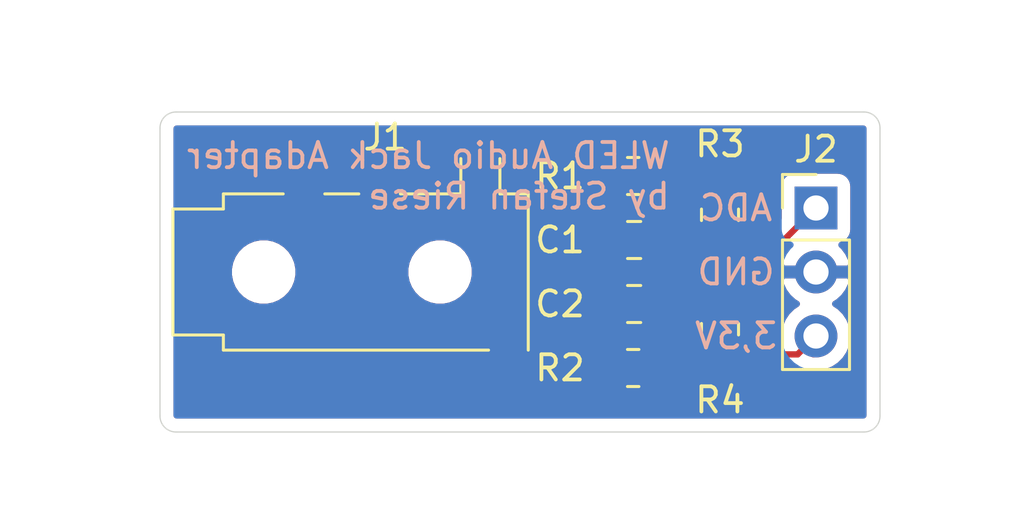
<source format=kicad_pcb>
(kicad_pcb (version 20171130) (host pcbnew "(5.1.9)-1")

  (general
    (thickness 1.6)
    (drawings 12)
    (tracks 15)
    (zones 0)
    (modules 8)
    (nets 6)
  )

  (page A4)
  (layers
    (0 F.Cu signal)
    (31 B.Cu signal)
    (32 B.Adhes user)
    (33 F.Adhes user)
    (34 B.Paste user)
    (35 F.Paste user)
    (36 B.SilkS user)
    (37 F.SilkS user)
    (38 B.Mask user)
    (39 F.Mask user)
    (40 Dwgs.User user)
    (41 Cmts.User user)
    (42 Eco1.User user)
    (43 Eco2.User user)
    (44 Edge.Cuts user)
    (45 Margin user)
    (46 B.CrtYd user)
    (47 F.CrtYd user)
    (48 B.Fab user)
    (49 F.Fab user)
  )

  (setup
    (last_trace_width 0.25)
    (trace_clearance 0.2)
    (zone_clearance 0.508)
    (zone_45_only no)
    (trace_min 0.2)
    (via_size 0.8)
    (via_drill 0.4)
    (via_min_size 0.4)
    (via_min_drill 0.3)
    (uvia_size 0.3)
    (uvia_drill 0.1)
    (uvias_allowed no)
    (uvia_min_size 0.2)
    (uvia_min_drill 0.1)
    (edge_width 0.05)
    (segment_width 0.2)
    (pcb_text_width 0.3)
    (pcb_text_size 1.5 1.5)
    (mod_edge_width 0.12)
    (mod_text_size 1 1)
    (mod_text_width 0.15)
    (pad_size 1.524 1.524)
    (pad_drill 0.762)
    (pad_to_mask_clearance 0)
    (aux_axis_origin 0 0)
    (visible_elements 7FFFFFFF)
    (pcbplotparams
      (layerselection 0x010fc_ffffffff)
      (usegerberextensions false)
      (usegerberattributes true)
      (usegerberadvancedattributes true)
      (creategerberjobfile true)
      (excludeedgelayer true)
      (linewidth 0.100000)
      (plotframeref false)
      (viasonmask false)
      (mode 1)
      (useauxorigin false)
      (hpglpennumber 1)
      (hpglpenspeed 20)
      (hpglpendiameter 15.000000)
      (psnegative false)
      (psa4output false)
      (plotreference true)
      (plotvalue true)
      (plotinvisibletext false)
      (padsonsilk false)
      (subtractmaskfromsilk false)
      (outputformat 1)
      (mirror false)
      (drillshape 0)
      (scaleselection 1)
      (outputdirectory ""))
  )

  (net 0 "")
  (net 1 "Net-(C1-Pad2)")
  (net 2 ADC)
  (net 3 "Net-(C2-Pad2)")
  (net 4 GND)
  (net 5 +3V3)

  (net_class Default "This is the default net class."
    (clearance 0.2)
    (trace_width 0.25)
    (via_dia 0.8)
    (via_drill 0.4)
    (uvia_dia 0.3)
    (uvia_drill 0.1)
    (add_net +3V3)
    (add_net ADC)
    (add_net GND)
    (add_net "Net-(C1-Pad2)")
    (add_net "Net-(C2-Pad2)")
  )

  (module Connector_Audio:Jack_3.5mm_PJ320D_Horizontal (layer F.Cu) (tedit 5C06A514) (tstamp 61D5DB3F)
    (at 132.715 81.915)
    (descr "Headphones with microphone connector, 3.5mm, 4 pins (http://www.qingpu-electronics.com/en/products/WQP-PJ320D-72.html)")
    (tags "3.5mm jack mic microphone phones headphones 4pins audio plug")
    (path /61D59159)
    (attr smd)
    (fp_text reference J1 (at 0.05 -5.35) (layer F.SilkS)
      (effects (font (size 1 1) (thickness 0.15)))
    )
    (fp_text value AudioJack4 (at -0.025 6.35) (layer F.Fab)
      (effects (font (size 1 1) (thickness 0.15)))
    )
    (fp_text user %R (at -1.195 0) (layer F.Fab)
      (effects (font (size 1 1) (thickness 0.15)))
    )
    (fp_line (start 3.05 -3.1) (end 3.05 -4.5) (layer F.SilkS) (width 0.12))
    (fp_line (start 4.6 -3.1) (end 4.6 -4.5) (layer F.SilkS) (width 0.12))
    (fp_line (start 5.575 2.9) (end -6.225 2.9) (layer F.Fab) (width 0.1))
    (fp_line (start -6.225 2.9) (end -6.225 2.3) (layer F.Fab) (width 0.1))
    (fp_line (start -6.225 2.3) (end -8.225 2.3) (layer F.Fab) (width 0.1))
    (fp_line (start -8.225 2.3) (end -8.225 -2.3) (layer F.Fab) (width 0.1))
    (fp_line (start -8.225 -2.3) (end -6.225 -2.3) (layer F.Fab) (width 0.1))
    (fp_line (start -6.225 -2.3) (end -6.225 -2.9) (layer F.Fab) (width 0.1))
    (fp_line (start -6.225 -2.9) (end 5.575 -2.9) (layer F.Fab) (width 0.1))
    (fp_line (start 5.575 -2.9) (end 5.575 2.9) (layer F.Fab) (width 0.1))
    (fp_line (start 4.15 3.1) (end -6.375 3.1) (layer F.SilkS) (width 0.12))
    (fp_line (start 4.6 -3.1) (end 5.725 -3.1) (layer F.SilkS) (width 0.12))
    (fp_line (start 0.65 -3.1) (end 3.05 -3.1) (layer F.SilkS) (width 0.12))
    (fp_line (start -2.35 -3.1) (end -1 -3.1) (layer F.SilkS) (width 0.12))
    (fp_line (start -6.375 -3.1) (end -4 -3.1) (layer F.SilkS) (width 0.12))
    (fp_line (start 6.07 5) (end 6.07 -5) (layer F.CrtYd) (width 0.05))
    (fp_line (start -8.73 5) (end -8.73 -5) (layer F.CrtYd) (width 0.05))
    (fp_line (start 5.725 3.1) (end 5.725 -3.1) (layer F.SilkS) (width 0.12))
    (fp_line (start -8.73 5) (end 6.07 5) (layer F.CrtYd) (width 0.05))
    (fp_line (start -8.73 -5) (end 6.07 -5) (layer F.CrtYd) (width 0.05))
    (fp_line (start -6.375 -3.1) (end -6.375 -2.5) (layer F.SilkS) (width 0.12))
    (fp_line (start -6.375 2.5) (end -6.375 3.1) (layer F.SilkS) (width 0.12))
    (fp_line (start -8.375 -2.5) (end -8.375 2.5) (layer F.SilkS) (width 0.12))
    (fp_line (start -6.375 -2.5) (end -8.375 -2.5) (layer F.SilkS) (width 0.12))
    (fp_line (start -6.375 2.5) (end -8.375 2.5) (layer F.SilkS) (width 0.12))
    (fp_circle (center 3.9 -2.35) (end 3.95 -2.1) (layer F.Fab) (width 0.12))
    (pad "" np_thru_hole circle (at 2.225 0) (size 1.5 1.5) (drill 1.5) (layers *.Cu *.Mask))
    (pad "" np_thru_hole circle (at -4.775 0) (size 1.5 1.5) (drill 1.5) (layers *.Cu *.Mask))
    (pad R2 smd rect (at -3.175 -3.25) (size 1.2 2.5) (layers F.Cu F.Paste F.Mask))
    (pad R1 smd rect (at -0.175 -3.25) (size 1.2 2.5) (layers F.Cu F.Paste F.Mask)
      (net 1 "Net-(C1-Pad2)"))
    (pad T smd rect (at 3.825 -3.25) (size 1.2 2.5) (layers F.Cu F.Paste F.Mask)
      (net 3 "Net-(C2-Pad2)"))
    (pad S smd rect (at 4.925 3.25) (size 1.2 2.5) (layers F.Cu F.Paste F.Mask)
      (net 4 GND))
    (model ${KISYS3DMOD}/Connector_Audio.3dshapes/Jack_3.5mm_PJ320D_Horizontal.wrl
      (at (xyz 0 0 0))
      (scale (xyz 1 1 1))
      (rotate (xyz 0 0 0))
    )
  )

  (module Resistor_SMD:R_0805_2012Metric_Pad1.20x1.40mm_HandSolder (layer F.Cu) (tedit 5F68FEEE) (tstamp 61D5C253)
    (at 146.05 84.185 90)
    (descr "Resistor SMD 0805 (2012 Metric), square (rectangular) end terminal, IPC_7351 nominal with elongated pad for handsoldering. (Body size source: IPC-SM-782 page 72, https://www.pcb-3d.com/wordpress/wp-content/uploads/ipc-sm-782a_amendment_1_and_2.pdf), generated with kicad-footprint-generator")
    (tags "resistor handsolder")
    (path /61D579D8)
    (attr smd)
    (fp_text reference R4 (at -2.81 0 180) (layer F.SilkS)
      (effects (font (size 1 1) (thickness 0.15)))
    )
    (fp_text value 1M (at 0 1.65 90) (layer F.Fab)
      (effects (font (size 1 1) (thickness 0.15)))
    )
    (fp_line (start -1 0.625) (end -1 -0.625) (layer F.Fab) (width 0.1))
    (fp_line (start -1 -0.625) (end 1 -0.625) (layer F.Fab) (width 0.1))
    (fp_line (start 1 -0.625) (end 1 0.625) (layer F.Fab) (width 0.1))
    (fp_line (start 1 0.625) (end -1 0.625) (layer F.Fab) (width 0.1))
    (fp_line (start -0.227064 -0.735) (end 0.227064 -0.735) (layer F.SilkS) (width 0.12))
    (fp_line (start -0.227064 0.735) (end 0.227064 0.735) (layer F.SilkS) (width 0.12))
    (fp_line (start -1.85 0.95) (end -1.85 -0.95) (layer F.CrtYd) (width 0.05))
    (fp_line (start -1.85 -0.95) (end 1.85 -0.95) (layer F.CrtYd) (width 0.05))
    (fp_line (start 1.85 -0.95) (end 1.85 0.95) (layer F.CrtYd) (width 0.05))
    (fp_line (start 1.85 0.95) (end -1.85 0.95) (layer F.CrtYd) (width 0.05))
    (fp_text user %R (at 0 0 90) (layer F.Fab)
      (effects (font (size 0.5 0.5) (thickness 0.08)))
    )
    (pad 2 smd roundrect (at 1 0 90) (size 1.2 1.4) (layers F.Cu F.Paste F.Mask) (roundrect_rratio 0.2083325)
      (net 2 ADC))
    (pad 1 smd roundrect (at -1 0 90) (size 1.2 1.4) (layers F.Cu F.Paste F.Mask) (roundrect_rratio 0.2083325)
      (net 5 +3V3))
    (model ${KISYS3DMOD}/Resistor_SMD.3dshapes/R_0805_2012Metric.wrl
      (at (xyz 0 0 0))
      (scale (xyz 1 1 1))
      (rotate (xyz 0 0 0))
    )
  )

  (module Resistor_SMD:R_0805_2012Metric_Pad1.20x1.40mm_HandSolder (layer F.Cu) (tedit 5F68FEEE) (tstamp 61D5C242)
    (at 146.05 79.645 90)
    (descr "Resistor SMD 0805 (2012 Metric), square (rectangular) end terminal, IPC_7351 nominal with elongated pad for handsoldering. (Body size source: IPC-SM-782 page 72, https://www.pcb-3d.com/wordpress/wp-content/uploads/ipc-sm-782a_amendment_1_and_2.pdf), generated with kicad-footprint-generator")
    (tags "resistor handsolder")
    (path /61D582BB)
    (attr smd)
    (fp_text reference R3 (at 2.81 0 180) (layer F.SilkS)
      (effects (font (size 1 1) (thickness 0.15)))
    )
    (fp_text value 1M (at 0 1.65 90) (layer F.Fab)
      (effects (font (size 1 1) (thickness 0.15)))
    )
    (fp_line (start -1 0.625) (end -1 -0.625) (layer F.Fab) (width 0.1))
    (fp_line (start -1 -0.625) (end 1 -0.625) (layer F.Fab) (width 0.1))
    (fp_line (start 1 -0.625) (end 1 0.625) (layer F.Fab) (width 0.1))
    (fp_line (start 1 0.625) (end -1 0.625) (layer F.Fab) (width 0.1))
    (fp_line (start -0.227064 -0.735) (end 0.227064 -0.735) (layer F.SilkS) (width 0.12))
    (fp_line (start -0.227064 0.735) (end 0.227064 0.735) (layer F.SilkS) (width 0.12))
    (fp_line (start -1.85 0.95) (end -1.85 -0.95) (layer F.CrtYd) (width 0.05))
    (fp_line (start -1.85 -0.95) (end 1.85 -0.95) (layer F.CrtYd) (width 0.05))
    (fp_line (start 1.85 -0.95) (end 1.85 0.95) (layer F.CrtYd) (width 0.05))
    (fp_line (start 1.85 0.95) (end -1.85 0.95) (layer F.CrtYd) (width 0.05))
    (fp_text user %R (at 0 0 90) (layer F.Fab)
      (effects (font (size 0.5 0.5) (thickness 0.08)))
    )
    (pad 2 smd roundrect (at 1 0 90) (size 1.2 1.4) (layers F.Cu F.Paste F.Mask) (roundrect_rratio 0.2083325)
      (net 4 GND))
    (pad 1 smd roundrect (at -1 0 90) (size 1.2 1.4) (layers F.Cu F.Paste F.Mask) (roundrect_rratio 0.2083325)
      (net 2 ADC))
    (model ${KISYS3DMOD}/Resistor_SMD.3dshapes/R_0805_2012Metric.wrl
      (at (xyz 0 0 0))
      (scale (xyz 1 1 1))
      (rotate (xyz 0 0 0))
    )
  )

  (module Resistor_SMD:R_0805_2012Metric_Pad1.20x1.40mm_HandSolder (layer F.Cu) (tedit 5F68FEEE) (tstamp 61D5C231)
    (at 142.605 85.725 180)
    (descr "Resistor SMD 0805 (2012 Metric), square (rectangular) end terminal, IPC_7351 nominal with elongated pad for handsoldering. (Body size source: IPC-SM-782 page 72, https://www.pcb-3d.com/wordpress/wp-content/uploads/ipc-sm-782a_amendment_1_and_2.pdf), generated with kicad-footprint-generator")
    (tags "resistor handsolder")
    (path /61D56AC5)
    (attr smd)
    (fp_text reference R2 (at 2.905 0) (layer F.SilkS)
      (effects (font (size 1 1) (thickness 0.15)))
    )
    (fp_text value 680 (at 0 1.65) (layer F.Fab)
      (effects (font (size 1 1) (thickness 0.15)))
    )
    (fp_line (start -1 0.625) (end -1 -0.625) (layer F.Fab) (width 0.1))
    (fp_line (start -1 -0.625) (end 1 -0.625) (layer F.Fab) (width 0.1))
    (fp_line (start 1 -0.625) (end 1 0.625) (layer F.Fab) (width 0.1))
    (fp_line (start 1 0.625) (end -1 0.625) (layer F.Fab) (width 0.1))
    (fp_line (start -0.227064 -0.735) (end 0.227064 -0.735) (layer F.SilkS) (width 0.12))
    (fp_line (start -0.227064 0.735) (end 0.227064 0.735) (layer F.SilkS) (width 0.12))
    (fp_line (start -1.85 0.95) (end -1.85 -0.95) (layer F.CrtYd) (width 0.05))
    (fp_line (start -1.85 -0.95) (end 1.85 -0.95) (layer F.CrtYd) (width 0.05))
    (fp_line (start 1.85 -0.95) (end 1.85 0.95) (layer F.CrtYd) (width 0.05))
    (fp_line (start 1.85 0.95) (end -1.85 0.95) (layer F.CrtYd) (width 0.05))
    (fp_text user %R (at 0 0) (layer F.Fab)
      (effects (font (size 0.5 0.5) (thickness 0.08)))
    )
    (pad 2 smd roundrect (at 1 0 180) (size 1.2 1.4) (layers F.Cu F.Paste F.Mask) (roundrect_rratio 0.2083325)
      (net 3 "Net-(C2-Pad2)"))
    (pad 1 smd roundrect (at -1 0 180) (size 1.2 1.4) (layers F.Cu F.Paste F.Mask) (roundrect_rratio 0.2083325)
      (net 4 GND))
    (model ${KISYS3DMOD}/Resistor_SMD.3dshapes/R_0805_2012Metric.wrl
      (at (xyz 0 0 0))
      (scale (xyz 1 1 1))
      (rotate (xyz 0 0 0))
    )
  )

  (module Resistor_SMD:R_0805_2012Metric_Pad1.20x1.40mm_HandSolder (layer F.Cu) (tedit 5F68FEEE) (tstamp 61D5C220)
    (at 142.605 78.105 180)
    (descr "Resistor SMD 0805 (2012 Metric), square (rectangular) end terminal, IPC_7351 nominal with elongated pad for handsoldering. (Body size source: IPC-SM-782 page 72, https://www.pcb-3d.com/wordpress/wp-content/uploads/ipc-sm-782a_amendment_1_and_2.pdf), generated with kicad-footprint-generator")
    (tags "resistor handsolder")
    (path /61D567C2)
    (attr smd)
    (fp_text reference R1 (at 2.905 0) (layer F.SilkS)
      (effects (font (size 1 1) (thickness 0.15)))
    )
    (fp_text value 680 (at 0 1.65) (layer F.Fab)
      (effects (font (size 1 1) (thickness 0.15)))
    )
    (fp_line (start -1 0.625) (end -1 -0.625) (layer F.Fab) (width 0.1))
    (fp_line (start -1 -0.625) (end 1 -0.625) (layer F.Fab) (width 0.1))
    (fp_line (start 1 -0.625) (end 1 0.625) (layer F.Fab) (width 0.1))
    (fp_line (start 1 0.625) (end -1 0.625) (layer F.Fab) (width 0.1))
    (fp_line (start -0.227064 -0.735) (end 0.227064 -0.735) (layer F.SilkS) (width 0.12))
    (fp_line (start -0.227064 0.735) (end 0.227064 0.735) (layer F.SilkS) (width 0.12))
    (fp_line (start -1.85 0.95) (end -1.85 -0.95) (layer F.CrtYd) (width 0.05))
    (fp_line (start -1.85 -0.95) (end 1.85 -0.95) (layer F.CrtYd) (width 0.05))
    (fp_line (start 1.85 -0.95) (end 1.85 0.95) (layer F.CrtYd) (width 0.05))
    (fp_line (start 1.85 0.95) (end -1.85 0.95) (layer F.CrtYd) (width 0.05))
    (fp_text user %R (at 0 0) (layer F.Fab)
      (effects (font (size 0.5 0.5) (thickness 0.08)))
    )
    (pad 2 smd roundrect (at 1 0 180) (size 1.2 1.4) (layers F.Cu F.Paste F.Mask) (roundrect_rratio 0.2083325)
      (net 1 "Net-(C1-Pad2)"))
    (pad 1 smd roundrect (at -1 0 180) (size 1.2 1.4) (layers F.Cu F.Paste F.Mask) (roundrect_rratio 0.2083325)
      (net 4 GND))
    (model ${KISYS3DMOD}/Resistor_SMD.3dshapes/R_0805_2012Metric.wrl
      (at (xyz 0 0 0))
      (scale (xyz 1 1 1))
      (rotate (xyz 0 0 0))
    )
  )

  (module Connector_PinHeader_2.54mm:PinHeader_1x03_P2.54mm_Vertical (layer F.Cu) (tedit 59FED5CC) (tstamp 61D5C20F)
    (at 149.86 79.375)
    (descr "Through hole straight pin header, 1x03, 2.54mm pitch, single row")
    (tags "Through hole pin header THT 1x03 2.54mm single row")
    (path /61D5D35C)
    (fp_text reference J2 (at 0 -2.33) (layer F.SilkS)
      (effects (font (size 1 1) (thickness 0.15)))
    )
    (fp_text value Conn_01x03_Female (at 0 7.41) (layer F.Fab)
      (effects (font (size 1 1) (thickness 0.15)))
    )
    (fp_line (start -0.635 -1.27) (end 1.27 -1.27) (layer F.Fab) (width 0.1))
    (fp_line (start 1.27 -1.27) (end 1.27 6.35) (layer F.Fab) (width 0.1))
    (fp_line (start 1.27 6.35) (end -1.27 6.35) (layer F.Fab) (width 0.1))
    (fp_line (start -1.27 6.35) (end -1.27 -0.635) (layer F.Fab) (width 0.1))
    (fp_line (start -1.27 -0.635) (end -0.635 -1.27) (layer F.Fab) (width 0.1))
    (fp_line (start -1.33 6.41) (end 1.33 6.41) (layer F.SilkS) (width 0.12))
    (fp_line (start -1.33 1.27) (end -1.33 6.41) (layer F.SilkS) (width 0.12))
    (fp_line (start 1.33 1.27) (end 1.33 6.41) (layer F.SilkS) (width 0.12))
    (fp_line (start -1.33 1.27) (end 1.33 1.27) (layer F.SilkS) (width 0.12))
    (fp_line (start -1.33 0) (end -1.33 -1.33) (layer F.SilkS) (width 0.12))
    (fp_line (start -1.33 -1.33) (end 0 -1.33) (layer F.SilkS) (width 0.12))
    (fp_line (start -1.8 -1.8) (end -1.8 6.85) (layer F.CrtYd) (width 0.05))
    (fp_line (start -1.8 6.85) (end 1.8 6.85) (layer F.CrtYd) (width 0.05))
    (fp_line (start 1.8 6.85) (end 1.8 -1.8) (layer F.CrtYd) (width 0.05))
    (fp_line (start 1.8 -1.8) (end -1.8 -1.8) (layer F.CrtYd) (width 0.05))
    (fp_text user %R (at 0 2.54 90) (layer F.Fab)
      (effects (font (size 1 1) (thickness 0.15)))
    )
    (pad 3 thru_hole oval (at 0 5.08) (size 1.7 1.7) (drill 1) (layers *.Cu *.Mask)
      (net 5 +3V3))
    (pad 2 thru_hole oval (at 0 2.54) (size 1.7 1.7) (drill 1) (layers *.Cu *.Mask)
      (net 4 GND))
    (pad 1 thru_hole rect (at 0 0) (size 1.7 1.7) (drill 1) (layers *.Cu *.Mask)
      (net 2 ADC))
    (model ${KISYS3DMOD}/Connector_PinHeader_2.54mm.3dshapes/PinHeader_1x03_P2.54mm_Vertical.wrl
      (at (xyz 0 0 0))
      (scale (xyz 1 1 1))
      (rotate (xyz 0 0 0))
    )
  )

  (module Capacitor_SMD:C_0805_2012Metric_Pad1.18x1.45mm_HandSolder (layer F.Cu) (tedit 5F68FEEF) (tstamp 61D5C1DC)
    (at 142.6425 83.185 180)
    (descr "Capacitor SMD 0805 (2012 Metric), square (rectangular) end terminal, IPC_7351 nominal with elongated pad for handsoldering. (Body size source: IPC-SM-782 page 76, https://www.pcb-3d.com/wordpress/wp-content/uploads/ipc-sm-782a_amendment_1_and_2.pdf, https://docs.google.com/spreadsheets/d/1BsfQQcO9C6DZCsRaXUlFlo91Tg2WpOkGARC1WS5S8t0/edit?usp=sharing), generated with kicad-footprint-generator")
    (tags "capacitor handsolder")
    (path /61D5745A)
    (attr smd)
    (fp_text reference C2 (at 2.9425 0) (layer F.SilkS)
      (effects (font (size 1 1) (thickness 0.15)))
    )
    (fp_text value 100nF (at 0 1.68) (layer F.Fab)
      (effects (font (size 1 1) (thickness 0.15)))
    )
    (fp_line (start -1 0.625) (end -1 -0.625) (layer F.Fab) (width 0.1))
    (fp_line (start -1 -0.625) (end 1 -0.625) (layer F.Fab) (width 0.1))
    (fp_line (start 1 -0.625) (end 1 0.625) (layer F.Fab) (width 0.1))
    (fp_line (start 1 0.625) (end -1 0.625) (layer F.Fab) (width 0.1))
    (fp_line (start -0.261252 -0.735) (end 0.261252 -0.735) (layer F.SilkS) (width 0.12))
    (fp_line (start -0.261252 0.735) (end 0.261252 0.735) (layer F.SilkS) (width 0.12))
    (fp_line (start -1.88 0.98) (end -1.88 -0.98) (layer F.CrtYd) (width 0.05))
    (fp_line (start -1.88 -0.98) (end 1.88 -0.98) (layer F.CrtYd) (width 0.05))
    (fp_line (start 1.88 -0.98) (end 1.88 0.98) (layer F.CrtYd) (width 0.05))
    (fp_line (start 1.88 0.98) (end -1.88 0.98) (layer F.CrtYd) (width 0.05))
    (fp_text user %R (at 0 0) (layer F.Fab)
      (effects (font (size 0.5 0.5) (thickness 0.08)))
    )
    (pad 2 smd roundrect (at 1.0375 0 180) (size 1.175 1.45) (layers F.Cu F.Paste F.Mask) (roundrect_rratio 0.2127659574468085)
      (net 3 "Net-(C2-Pad2)"))
    (pad 1 smd roundrect (at -1.0375 0 180) (size 1.175 1.45) (layers F.Cu F.Paste F.Mask) (roundrect_rratio 0.2127659574468085)
      (net 2 ADC))
    (model ${KISYS3DMOD}/Capacitor_SMD.3dshapes/C_0805_2012Metric.wrl
      (at (xyz 0 0 0))
      (scale (xyz 1 1 1))
      (rotate (xyz 0 0 0))
    )
  )

  (module Capacitor_SMD:C_0805_2012Metric_Pad1.18x1.45mm_HandSolder (layer F.Cu) (tedit 5F68FEEF) (tstamp 61D5C1CB)
    (at 142.6425 80.645 180)
    (descr "Capacitor SMD 0805 (2012 Metric), square (rectangular) end terminal, IPC_7351 nominal with elongated pad for handsoldering. (Body size source: IPC-SM-782 page 76, https://www.pcb-3d.com/wordpress/wp-content/uploads/ipc-sm-782a_amendment_1_and_2.pdf, https://docs.google.com/spreadsheets/d/1BsfQQcO9C6DZCsRaXUlFlo91Tg2WpOkGARC1WS5S8t0/edit?usp=sharing), generated with kicad-footprint-generator")
    (tags "capacitor handsolder")
    (path /61D56F59)
    (attr smd)
    (fp_text reference C1 (at 2.9425 0) (layer F.SilkS)
      (effects (font (size 1 1) (thickness 0.15)))
    )
    (fp_text value 100nF (at 0 1.68) (layer F.Fab)
      (effects (font (size 1 1) (thickness 0.15)))
    )
    (fp_line (start -1 0.625) (end -1 -0.625) (layer F.Fab) (width 0.1))
    (fp_line (start -1 -0.625) (end 1 -0.625) (layer F.Fab) (width 0.1))
    (fp_line (start 1 -0.625) (end 1 0.625) (layer F.Fab) (width 0.1))
    (fp_line (start 1 0.625) (end -1 0.625) (layer F.Fab) (width 0.1))
    (fp_line (start -0.261252 -0.735) (end 0.261252 -0.735) (layer F.SilkS) (width 0.12))
    (fp_line (start -0.261252 0.735) (end 0.261252 0.735) (layer F.SilkS) (width 0.12))
    (fp_line (start -1.88 0.98) (end -1.88 -0.98) (layer F.CrtYd) (width 0.05))
    (fp_line (start -1.88 -0.98) (end 1.88 -0.98) (layer F.CrtYd) (width 0.05))
    (fp_line (start 1.88 -0.98) (end 1.88 0.98) (layer F.CrtYd) (width 0.05))
    (fp_line (start 1.88 0.98) (end -1.88 0.98) (layer F.CrtYd) (width 0.05))
    (fp_text user %R (at 0 0) (layer F.Fab)
      (effects (font (size 0.5 0.5) (thickness 0.08)))
    )
    (pad 2 smd roundrect (at 1.0375 0 180) (size 1.175 1.45) (layers F.Cu F.Paste F.Mask) (roundrect_rratio 0.2127659574468085)
      (net 1 "Net-(C1-Pad2)"))
    (pad 1 smd roundrect (at -1.0375 0 180) (size 1.175 1.45) (layers F.Cu F.Paste F.Mask) (roundrect_rratio 0.2127659574468085)
      (net 2 ADC))
    (model ${KISYS3DMOD}/Capacitor_SMD.3dshapes/C_0805_2012Metric.wrl
      (at (xyz 0 0 0))
      (scale (xyz 1 1 1))
      (rotate (xyz 0 0 0))
    )
  )

  (gr_line (start 123.825 87.63) (end 123.825 76.2) (layer Edge.Cuts) (width 0.05) (tstamp 61D5D8ED))
  (gr_line (start 151.765 88.265) (end 124.46 88.265) (layer Edge.Cuts) (width 0.05) (tstamp 61D5D8EC))
  (gr_line (start 124.46 75.565) (end 151.765 75.565) (layer Edge.Cuts) (width 0.05) (tstamp 61D5D8EB))
  (gr_text 3,3V (at 146.685 84.455) (layer B.SilkS)
    (effects (font (size 1 1) (thickness 0.15)) (justify mirror))
  )
  (gr_text GND (at 146.685 81.915) (layer B.SilkS)
    (effects (font (size 1 1) (thickness 0.15)) (justify mirror))
  )
  (gr_text ADC (at 146.685 79.375) (layer B.SilkS)
    (effects (font (size 1 1) (thickness 0.15)) (justify mirror))
  )
  (gr_line (start 152.4 76.2) (end 152.4 87.63) (layer Edge.Cuts) (width 0.05) (tstamp 61D5D2F5))
  (gr_arc (start 151.765 87.63) (end 151.765 88.265) (angle -90) (layer Edge.Cuts) (width 0.05))
  (gr_arc (start 124.46 87.63) (end 123.825 87.63) (angle -90) (layer Edge.Cuts) (width 0.05))
  (gr_arc (start 124.46 76.2) (end 124.46 75.565) (angle -90) (layer Edge.Cuts) (width 0.05))
  (gr_arc (start 151.765 76.2) (end 152.4 76.2) (angle -90) (layer Edge.Cuts) (width 0.05))
  (gr_text "WLED Audio Jack Adapter\nby Stefan Riese" (at 144.145 78.105) (layer B.SilkS)
    (effects (font (size 1 1) (thickness 0.15)) (justify left mirror))
  )

  (segment (start 141.605 78.105) (end 141.605 80.645) (width 0.25) (layer F.Cu) (net 1))
  (segment (start 140.589999 77.089999) (end 141.605 78.105) (width 0.25) (layer F.Cu) (net 1))
  (segment (start 134.115001 77.089999) (end 140.589999 77.089999) (width 0.25) (layer F.Cu) (net 1))
  (segment (start 132.54 78.665) (end 134.115001 77.089999) (width 0.25) (layer F.Cu) (net 1))
  (segment (start 148.59 80.645) (end 149.86 79.375) (width 0.25) (layer F.Cu) (net 2))
  (segment (start 146.05 80.645) (end 148.59 80.645) (width 0.25) (layer F.Cu) (net 2))
  (segment (start 143.68 80.645) (end 146.05 80.645) (width 0.25) (layer F.Cu) (net 2))
  (segment (start 143.68 83.185) (end 143.68 80.645) (width 0.25) (layer F.Cu) (net 2))
  (segment (start 146.05 83.185) (end 143.68 83.185) (width 0.25) (layer F.Cu) (net 2))
  (segment (start 141.605 83.185) (end 141.605 85.725) (width 0.25) (layer F.Cu) (net 3))
  (segment (start 137.085 78.665) (end 141.605 83.185) (width 0.25) (layer F.Cu) (net 3))
  (segment (start 136.54 78.665) (end 137.085 78.665) (width 0.25) (layer F.Cu) (net 3))
  (segment (start 149.765 85.185) (end 149.86 85.09) (width 0.25) (layer F.Cu) (net 5))
  (segment (start 149.13 85.185) (end 149.86 84.455) (width 0.25) (layer F.Cu) (net 5))
  (segment (start 146.05 85.185) (end 149.13 85.185) (width 0.25) (layer F.Cu) (net 5))

  (zone (net 4) (net_name GND) (layer B.Cu) (tstamp 61D5D2B0) (hatch edge 0.508)
    (connect_pads (clearance 0.508))
    (min_thickness 0.254)
    (fill yes (arc_segments 32) (thermal_gap 0.508) (thermal_bridge_width 0.508))
    (polygon
      (pts
        (xy 155.656639 91.44) (xy 118.191639 90.805) (xy 118.191639 72.39) (xy 155.656639 72.39)
      )
    )
    (filled_polygon
      (pts
        (xy 151.739513 76.225666) (xy 151.74 76.230301) (xy 151.740001 87.597715) (xy 151.739335 87.604513) (xy 151.734699 87.605)
        (xy 124.492275 87.605) (xy 124.485487 87.604335) (xy 124.485 87.599699) (xy 124.485 84.30874) (xy 148.375 84.30874)
        (xy 148.375 84.60126) (xy 148.432068 84.888158) (xy 148.54401 85.158411) (xy 148.706525 85.401632) (xy 148.913368 85.608475)
        (xy 149.156589 85.77099) (xy 149.426842 85.882932) (xy 149.71374 85.94) (xy 150.00626 85.94) (xy 150.293158 85.882932)
        (xy 150.563411 85.77099) (xy 150.806632 85.608475) (xy 151.013475 85.401632) (xy 151.17599 85.158411) (xy 151.287932 84.888158)
        (xy 151.345 84.60126) (xy 151.345 84.30874) (xy 151.287932 84.021842) (xy 151.17599 83.751589) (xy 151.013475 83.508368)
        (xy 150.806632 83.301525) (xy 150.624466 83.179805) (xy 150.741355 83.110178) (xy 150.957588 82.915269) (xy 151.131641 82.68192)
        (xy 151.256825 82.419099) (xy 151.301476 82.27189) (xy 151.180155 82.042) (xy 149.987 82.042) (xy 149.987 82.062)
        (xy 149.733 82.062) (xy 149.733 82.042) (xy 148.539845 82.042) (xy 148.418524 82.27189) (xy 148.463175 82.419099)
        (xy 148.588359 82.68192) (xy 148.762412 82.915269) (xy 148.978645 83.110178) (xy 149.095534 83.179805) (xy 148.913368 83.301525)
        (xy 148.706525 83.508368) (xy 148.54401 83.751589) (xy 148.432068 84.021842) (xy 148.375 84.30874) (xy 124.485 84.30874)
        (xy 124.485 81.778589) (xy 126.555 81.778589) (xy 126.555 82.051411) (xy 126.608225 82.318989) (xy 126.712629 82.571043)
        (xy 126.864201 82.797886) (xy 127.057114 82.990799) (xy 127.283957 83.142371) (xy 127.536011 83.246775) (xy 127.803589 83.3)
        (xy 128.076411 83.3) (xy 128.343989 83.246775) (xy 128.596043 83.142371) (xy 128.822886 82.990799) (xy 129.015799 82.797886)
        (xy 129.167371 82.571043) (xy 129.271775 82.318989) (xy 129.325 82.051411) (xy 129.325 81.778589) (xy 133.555 81.778589)
        (xy 133.555 82.051411) (xy 133.608225 82.318989) (xy 133.712629 82.571043) (xy 133.864201 82.797886) (xy 134.057114 82.990799)
        (xy 134.283957 83.142371) (xy 134.536011 83.246775) (xy 134.803589 83.3) (xy 135.076411 83.3) (xy 135.343989 83.246775)
        (xy 135.596043 83.142371) (xy 135.822886 82.990799) (xy 136.015799 82.797886) (xy 136.167371 82.571043) (xy 136.271775 82.318989)
        (xy 136.325 82.051411) (xy 136.325 81.778589) (xy 136.271775 81.511011) (xy 136.167371 81.258957) (xy 136.015799 81.032114)
        (xy 135.822886 80.839201) (xy 135.596043 80.687629) (xy 135.343989 80.583225) (xy 135.076411 80.53) (xy 134.803589 80.53)
        (xy 134.536011 80.583225) (xy 134.283957 80.687629) (xy 134.057114 80.839201) (xy 133.864201 81.032114) (xy 133.712629 81.258957)
        (xy 133.608225 81.511011) (xy 133.555 81.778589) (xy 129.325 81.778589) (xy 129.271775 81.511011) (xy 129.167371 81.258957)
        (xy 129.015799 81.032114) (xy 128.822886 80.839201) (xy 128.596043 80.687629) (xy 128.343989 80.583225) (xy 128.076411 80.53)
        (xy 127.803589 80.53) (xy 127.536011 80.583225) (xy 127.283957 80.687629) (xy 127.057114 80.839201) (xy 126.864201 81.032114)
        (xy 126.712629 81.258957) (xy 126.608225 81.511011) (xy 126.555 81.778589) (xy 124.485 81.778589) (xy 124.485 78.525)
        (xy 148.371928 78.525) (xy 148.371928 80.225) (xy 148.384188 80.349482) (xy 148.420498 80.46918) (xy 148.479463 80.579494)
        (xy 148.558815 80.676185) (xy 148.655506 80.755537) (xy 148.76582 80.814502) (xy 148.846466 80.838966) (xy 148.762412 80.914731)
        (xy 148.588359 81.14808) (xy 148.463175 81.410901) (xy 148.418524 81.55811) (xy 148.539845 81.788) (xy 149.733 81.788)
        (xy 149.733 81.768) (xy 149.987 81.768) (xy 149.987 81.788) (xy 151.180155 81.788) (xy 151.301476 81.55811)
        (xy 151.256825 81.410901) (xy 151.131641 81.14808) (xy 150.957588 80.914731) (xy 150.873534 80.838966) (xy 150.95418 80.814502)
        (xy 151.064494 80.755537) (xy 151.161185 80.676185) (xy 151.240537 80.579494) (xy 151.299502 80.46918) (xy 151.335812 80.349482)
        (xy 151.348072 80.225) (xy 151.348072 78.525) (xy 151.335812 78.400518) (xy 151.299502 78.28082) (xy 151.240537 78.170506)
        (xy 151.161185 78.073815) (xy 151.064494 77.994463) (xy 150.95418 77.935498) (xy 150.834482 77.899188) (xy 150.71 77.886928)
        (xy 149.01 77.886928) (xy 148.885518 77.899188) (xy 148.76582 77.935498) (xy 148.655506 77.994463) (xy 148.558815 78.073815)
        (xy 148.479463 78.170506) (xy 148.420498 78.28082) (xy 148.384188 78.400518) (xy 148.371928 78.525) (xy 124.485 78.525)
        (xy 124.485 76.232275) (xy 124.485666 76.225487) (xy 124.490301 76.225) (xy 151.732725 76.225)
      )
    )
  )
  (zone (net 4) (net_name GND) (layer F.Cu) (tstamp 61D5D2AD) (hatch edge 0.508)
    (connect_pads (clearance 0.508))
    (min_thickness 0.254)
    (fill yes (arc_segments 32) (thermal_gap 0.508) (thermal_bridge_width 0.508))
    (polygon
      (pts
        (xy 158.115 92.075) (xy 117.475 92.075) (xy 117.475 71.12) (xy 158.115 71.12)
      )
    )
    (filled_polygon
      (pts
        (xy 151.739513 76.225666) (xy 151.74 76.230301) (xy 151.740001 87.597715) (xy 151.739335 87.604513) (xy 151.734699 87.605)
        (xy 124.492275 87.605) (xy 124.485487 87.604335) (xy 124.485 87.599699) (xy 124.485 86.415) (xy 136.401928 86.415)
        (xy 136.414188 86.539482) (xy 136.450498 86.65918) (xy 136.509463 86.769494) (xy 136.588815 86.866185) (xy 136.685506 86.945537)
        (xy 136.79582 87.004502) (xy 136.915518 87.040812) (xy 137.04 87.053072) (xy 137.35425 87.05) (xy 137.513 86.89125)
        (xy 137.513 85.292) (xy 137.767 85.292) (xy 137.767 86.89125) (xy 137.92575 87.05) (xy 138.24 87.053072)
        (xy 138.364482 87.040812) (xy 138.48418 87.004502) (xy 138.594494 86.945537) (xy 138.691185 86.866185) (xy 138.770537 86.769494)
        (xy 138.829502 86.65918) (xy 138.865812 86.539482) (xy 138.878072 86.415) (xy 138.875 85.45075) (xy 138.71625 85.292)
        (xy 137.767 85.292) (xy 137.513 85.292) (xy 136.56375 85.292) (xy 136.405 85.45075) (xy 136.401928 86.415)
        (xy 124.485 86.415) (xy 124.485 83.915) (xy 136.401928 83.915) (xy 136.405 84.87925) (xy 136.56375 85.038)
        (xy 137.513 85.038) (xy 137.513 83.43875) (xy 137.767 83.43875) (xy 137.767 85.038) (xy 138.71625 85.038)
        (xy 138.875 84.87925) (xy 138.878072 83.915) (xy 138.865812 83.790518) (xy 138.829502 83.67082) (xy 138.770537 83.560506)
        (xy 138.691185 83.463815) (xy 138.594494 83.384463) (xy 138.48418 83.325498) (xy 138.364482 83.289188) (xy 138.24 83.276928)
        (xy 137.92575 83.28) (xy 137.767 83.43875) (xy 137.513 83.43875) (xy 137.35425 83.28) (xy 137.04 83.276928)
        (xy 136.915518 83.289188) (xy 136.79582 83.325498) (xy 136.685506 83.384463) (xy 136.588815 83.463815) (xy 136.509463 83.560506)
        (xy 136.450498 83.67082) (xy 136.414188 83.790518) (xy 136.401928 83.915) (xy 124.485 83.915) (xy 124.485 81.778589)
        (xy 126.555 81.778589) (xy 126.555 82.051411) (xy 126.608225 82.318989) (xy 126.712629 82.571043) (xy 126.864201 82.797886)
        (xy 127.057114 82.990799) (xy 127.283957 83.142371) (xy 127.536011 83.246775) (xy 127.803589 83.3) (xy 128.076411 83.3)
        (xy 128.343989 83.246775) (xy 128.596043 83.142371) (xy 128.822886 82.990799) (xy 129.015799 82.797886) (xy 129.167371 82.571043)
        (xy 129.271775 82.318989) (xy 129.325 82.051411) (xy 129.325 81.778589) (xy 133.555 81.778589) (xy 133.555 82.051411)
        (xy 133.608225 82.318989) (xy 133.712629 82.571043) (xy 133.864201 82.797886) (xy 134.057114 82.990799) (xy 134.283957 83.142371)
        (xy 134.536011 83.246775) (xy 134.803589 83.3) (xy 135.076411 83.3) (xy 135.343989 83.246775) (xy 135.596043 83.142371)
        (xy 135.822886 82.990799) (xy 136.015799 82.797886) (xy 136.167371 82.571043) (xy 136.271775 82.318989) (xy 136.325 82.051411)
        (xy 136.325 81.778589) (xy 136.271775 81.511011) (xy 136.167371 81.258957) (xy 136.015799 81.032114) (xy 135.822886 80.839201)
        (xy 135.596043 80.687629) (xy 135.343989 80.583225) (xy 135.076411 80.53) (xy 134.803589 80.53) (xy 134.536011 80.583225)
        (xy 134.283957 80.687629) (xy 134.057114 80.839201) (xy 133.864201 81.032114) (xy 133.712629 81.258957) (xy 133.608225 81.511011)
        (xy 133.555 81.778589) (xy 129.325 81.778589) (xy 129.271775 81.511011) (xy 129.167371 81.258957) (xy 129.015799 81.032114)
        (xy 128.822886 80.839201) (xy 128.596043 80.687629) (xy 128.343989 80.583225) (xy 128.076411 80.53) (xy 127.803589 80.53)
        (xy 127.536011 80.583225) (xy 127.283957 80.687629) (xy 127.057114 80.839201) (xy 126.864201 81.032114) (xy 126.712629 81.258957)
        (xy 126.608225 81.511011) (xy 126.555 81.778589) (xy 124.485 81.778589) (xy 124.485 77.415) (xy 128.301928 77.415)
        (xy 128.301928 79.915) (xy 128.314188 80.039482) (xy 128.350498 80.15918) (xy 128.409463 80.269494) (xy 128.488815 80.366185)
        (xy 128.585506 80.445537) (xy 128.69582 80.504502) (xy 128.815518 80.540812) (xy 128.94 80.553072) (xy 130.14 80.553072)
        (xy 130.264482 80.540812) (xy 130.38418 80.504502) (xy 130.494494 80.445537) (xy 130.591185 80.366185) (xy 130.670537 80.269494)
        (xy 130.729502 80.15918) (xy 130.765812 80.039482) (xy 130.778072 79.915) (xy 130.778072 77.415) (xy 131.301928 77.415)
        (xy 131.301928 79.915) (xy 131.314188 80.039482) (xy 131.350498 80.15918) (xy 131.409463 80.269494) (xy 131.488815 80.366185)
        (xy 131.585506 80.445537) (xy 131.69582 80.504502) (xy 131.815518 80.540812) (xy 131.94 80.553072) (xy 133.14 80.553072)
        (xy 133.264482 80.540812) (xy 133.38418 80.504502) (xy 133.494494 80.445537) (xy 133.591185 80.366185) (xy 133.670537 80.269494)
        (xy 133.729502 80.15918) (xy 133.765812 80.039482) (xy 133.778072 79.915) (xy 133.778072 78.501729) (xy 134.429803 77.849999)
        (xy 135.301928 77.849999) (xy 135.301928 79.915) (xy 135.314188 80.039482) (xy 135.350498 80.15918) (xy 135.409463 80.269494)
        (xy 135.488815 80.366185) (xy 135.585506 80.445537) (xy 135.69582 80.504502) (xy 135.815518 80.540812) (xy 135.94 80.553072)
        (xy 137.14 80.553072) (xy 137.264482 80.540812) (xy 137.38418 80.504502) (xy 137.494494 80.445537) (xy 137.591185 80.366185)
        (xy 137.645365 80.300166) (xy 140.379428 83.03423) (xy 140.379428 83.66) (xy 140.396492 83.833254) (xy 140.447028 83.99985)
        (xy 140.529095 84.153386) (xy 140.639538 84.287962) (xy 140.774114 84.398405) (xy 140.845 84.436295) (xy 140.845001 84.492023)
        (xy 140.761613 84.536595) (xy 140.627038 84.647038) (xy 140.516595 84.781613) (xy 140.434528 84.935149) (xy 140.383992 85.101745)
        (xy 140.366928 85.274999) (xy 140.366928 86.175001) (xy 140.383992 86.348255) (xy 140.434528 86.514851) (xy 140.516595 86.668387)
        (xy 140.627038 86.802962) (xy 140.761613 86.913405) (xy 140.915149 86.995472) (xy 141.081745 87.046008) (xy 141.254999 87.063072)
        (xy 141.955001 87.063072) (xy 142.128255 87.046008) (xy 142.294851 86.995472) (xy 142.448387 86.913405) (xy 142.529637 86.846724)
        (xy 142.553815 86.876185) (xy 142.650506 86.955537) (xy 142.76082 87.014502) (xy 142.880518 87.050812) (xy 143.005 87.063072)
        (xy 143.31925 87.06) (xy 143.478 86.90125) (xy 143.478 85.852) (xy 143.458 85.852) (xy 143.458 85.598)
        (xy 143.478 85.598) (xy 143.478 85.578) (xy 143.732 85.578) (xy 143.732 85.598) (xy 143.752 85.598)
        (xy 143.752 85.852) (xy 143.732 85.852) (xy 143.732 86.90125) (xy 143.89075 87.06) (xy 144.205 87.063072)
        (xy 144.329482 87.050812) (xy 144.44918 87.014502) (xy 144.559494 86.955537) (xy 144.656185 86.876185) (xy 144.735537 86.779494)
        (xy 144.794502 86.66918) (xy 144.830812 86.549482) (xy 144.843072 86.425) (xy 144.84 86.01075) (xy 144.681252 85.852002)
        (xy 144.772597 85.852002) (xy 144.779528 85.874851) (xy 144.861595 86.028387) (xy 144.972038 86.162962) (xy 145.106613 86.273405)
        (xy 145.260149 86.355472) (xy 145.426745 86.406008) (xy 145.599999 86.423072) (xy 146.500001 86.423072) (xy 146.673255 86.406008)
        (xy 146.839851 86.355472) (xy 146.993387 86.273405) (xy 147.127962 86.162962) (xy 147.238405 86.028387) (xy 147.282976 85.945)
        (xy 149.092678 85.945) (xy 149.13 85.948676) (xy 149.167322 85.945) (xy 149.167333 85.945) (xy 149.278986 85.934003)
        (xy 149.422247 85.890546) (xy 149.433875 85.884331) (xy 149.487296 85.894957) (xy 149.616015 85.934002) (xy 149.765 85.948676)
        (xy 149.853087 85.94) (xy 150.00626 85.94) (xy 150.293158 85.882932) (xy 150.563411 85.77099) (xy 150.806632 85.608475)
        (xy 151.013475 85.401632) (xy 151.17599 85.158411) (xy 151.287932 84.888158) (xy 151.345 84.60126) (xy 151.345 84.30874)
        (xy 151.287932 84.021842) (xy 151.17599 83.751589) (xy 151.013475 83.508368) (xy 150.806632 83.301525) (xy 150.624466 83.179805)
        (xy 150.741355 83.110178) (xy 150.957588 82.915269) (xy 151.131641 82.68192) (xy 151.256825 82.419099) (xy 151.301476 82.27189)
        (xy 151.180155 82.042) (xy 149.987 82.042) (xy 149.987 82.062) (xy 149.733 82.062) (xy 149.733 82.042)
        (xy 148.539845 82.042) (xy 148.418524 82.27189) (xy 148.463175 82.419099) (xy 148.588359 82.68192) (xy 148.762412 82.915269)
        (xy 148.978645 83.110178) (xy 149.095534 83.179805) (xy 148.913368 83.301525) (xy 148.706525 83.508368) (xy 148.54401 83.751589)
        (xy 148.432068 84.021842) (xy 148.375 84.30874) (xy 148.375 84.425) (xy 147.282976 84.425) (xy 147.238405 84.341613)
        (xy 147.127962 84.207038) (xy 147.101109 84.185) (xy 147.127962 84.162962) (xy 147.238405 84.028387) (xy 147.320472 83.874851)
        (xy 147.371008 83.708255) (xy 147.388072 83.535001) (xy 147.388072 82.834999) (xy 147.371008 82.661745) (xy 147.320472 82.495149)
        (xy 147.238405 82.341613) (xy 147.127962 82.207038) (xy 146.993387 82.096595) (xy 146.839851 82.014528) (xy 146.673255 81.963992)
        (xy 146.500001 81.946928) (xy 145.599999 81.946928) (xy 145.426745 81.963992) (xy 145.260149 82.014528) (xy 145.106613 82.096595)
        (xy 144.972038 82.207038) (xy 144.861595 82.341613) (xy 144.841002 82.380139) (xy 144.837972 82.37015) (xy 144.755905 82.216614)
        (xy 144.645462 82.082038) (xy 144.510886 81.971595) (xy 144.44 81.933706) (xy 144.44 81.896294) (xy 144.510886 81.858405)
        (xy 144.645462 81.747962) (xy 144.755905 81.613386) (xy 144.837972 81.45985) (xy 144.841002 81.449861) (xy 144.861595 81.488387)
        (xy 144.972038 81.622962) (xy 145.106613 81.733405) (xy 145.260149 81.815472) (xy 145.426745 81.866008) (xy 145.599999 81.883072)
        (xy 146.500001 81.883072) (xy 146.673255 81.866008) (xy 146.839851 81.815472) (xy 146.993387 81.733405) (xy 147.127962 81.622962)
        (xy 147.238405 81.488387) (xy 147.282976 81.405) (xy 148.465986 81.405) (xy 148.463175 81.410901) (xy 148.418524 81.55811)
        (xy 148.539845 81.788) (xy 149.733 81.788) (xy 149.733 81.768) (xy 149.987 81.768) (xy 149.987 81.788)
        (xy 151.180155 81.788) (xy 151.301476 81.55811) (xy 151.256825 81.410901) (xy 151.131641 81.14808) (xy 150.957588 80.914731)
        (xy 150.873534 80.838966) (xy 150.95418 80.814502) (xy 151.064494 80.755537) (xy 151.161185 80.676185) (xy 151.240537 80.579494)
        (xy 151.299502 80.46918) (xy 151.335812 80.349482) (xy 151.348072 80.225) (xy 151.348072 78.525) (xy 151.335812 78.400518)
        (xy 151.299502 78.28082) (xy 151.240537 78.170506) (xy 151.161185 78.073815) (xy 151.064494 77.994463) (xy 150.95418 77.935498)
        (xy 150.834482 77.899188) (xy 150.71 77.886928) (xy 149.01 77.886928) (xy 148.885518 77.899188) (xy 148.76582 77.935498)
        (xy 148.655506 77.994463) (xy 148.558815 78.073815) (xy 148.479463 78.170506) (xy 148.420498 78.28082) (xy 148.384188 78.400518)
        (xy 148.371928 78.525) (xy 148.371928 79.788271) (xy 148.275199 79.885) (xy 147.282976 79.885) (xy 147.238405 79.801613)
        (xy 147.171724 79.720363) (xy 147.201185 79.696185) (xy 147.280537 79.599494) (xy 147.339502 79.48918) (xy 147.375812 79.369482)
        (xy 147.388072 79.245) (xy 147.385 78.93075) (xy 147.22625 78.772) (xy 146.177 78.772) (xy 146.177 78.792)
        (xy 145.923 78.792) (xy 145.923 78.772) (xy 145.903 78.772) (xy 145.903 78.518) (xy 145.923 78.518)
        (xy 145.923 77.56875) (xy 146.177 77.56875) (xy 146.177 78.518) (xy 147.22625 78.518) (xy 147.385 78.35925)
        (xy 147.388072 78.045) (xy 147.375812 77.920518) (xy 147.339502 77.80082) (xy 147.280537 77.690506) (xy 147.201185 77.593815)
        (xy 147.104494 77.514463) (xy 146.99418 77.455498) (xy 146.874482 77.419188) (xy 146.75 77.406928) (xy 146.33575 77.41)
        (xy 146.177 77.56875) (xy 145.923 77.56875) (xy 145.76425 77.41) (xy 145.35 77.406928) (xy 145.225518 77.419188)
        (xy 145.10582 77.455498) (xy 144.995506 77.514463) (xy 144.898815 77.593815) (xy 144.841151 77.664079) (xy 144.843072 77.405)
        (xy 144.830812 77.280518) (xy 144.794502 77.16082) (xy 144.735537 77.050506) (xy 144.656185 76.953815) (xy 144.559494 76.874463)
        (xy 144.44918 76.815498) (xy 144.329482 76.779188) (xy 144.205 76.766928) (xy 143.89075 76.77) (xy 143.732 76.92875)
        (xy 143.732 77.978) (xy 143.752 77.978) (xy 143.752 78.232) (xy 143.732 78.232) (xy 143.732 78.252)
        (xy 143.478 78.252) (xy 143.478 78.232) (xy 143.458 78.232) (xy 143.458 77.978) (xy 143.478 77.978)
        (xy 143.478 76.92875) (xy 143.31925 76.77) (xy 143.005 76.766928) (xy 142.880518 76.779188) (xy 142.76082 76.815498)
        (xy 142.650506 76.874463) (xy 142.553815 76.953815) (xy 142.529637 76.983276) (xy 142.448387 76.916595) (xy 142.294851 76.834528)
        (xy 142.128255 76.783992) (xy 141.955001 76.766928) (xy 141.341729 76.766928) (xy 141.153803 76.579001) (xy 141.13 76.549998)
        (xy 141.014275 76.455025) (xy 140.882246 76.384453) (xy 140.738985 76.340996) (xy 140.627332 76.329999) (xy 140.627321 76.329999)
        (xy 140.589999 76.326323) (xy 140.552677 76.329999) (xy 134.152326 76.329999) (xy 134.115001 76.326323) (xy 134.077676 76.329999)
        (xy 134.077668 76.329999) (xy 133.966015 76.340996) (xy 133.822754 76.384453) (xy 133.690725 76.455025) (xy 133.575 76.549998)
        (xy 133.551202 76.578996) (xy 133.323199 76.807) (xy 133.264482 76.789188) (xy 133.14 76.776928) (xy 131.94 76.776928)
        (xy 131.815518 76.789188) (xy 131.69582 76.825498) (xy 131.585506 76.884463) (xy 131.488815 76.963815) (xy 131.409463 77.060506)
        (xy 131.350498 77.17082) (xy 131.314188 77.290518) (xy 131.301928 77.415) (xy 130.778072 77.415) (xy 130.765812 77.290518)
        (xy 130.729502 77.17082) (xy 130.670537 77.060506) (xy 130.591185 76.963815) (xy 130.494494 76.884463) (xy 130.38418 76.825498)
        (xy 130.264482 76.789188) (xy 130.14 76.776928) (xy 128.94 76.776928) (xy 128.815518 76.789188) (xy 128.69582 76.825498)
        (xy 128.585506 76.884463) (xy 128.488815 76.963815) (xy 128.409463 77.060506) (xy 128.350498 77.17082) (xy 128.314188 77.290518)
        (xy 128.301928 77.415) (xy 124.485 77.415) (xy 124.485 76.232275) (xy 124.485666 76.225487) (xy 124.490301 76.225)
        (xy 151.732725 76.225)
      )
    )
  )
)

</source>
